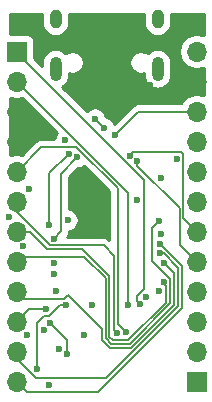
<source format=gbr>
G04 #@! TF.GenerationSoftware,KiCad,Pcbnew,(5.1.7)-1*
G04 #@! TF.CreationDate,2021-03-17T14:13:31-05:00*
G04 #@! TF.ProjectId,keyboard,6b657962-6f61-4726-942e-6b696361645f,rev?*
G04 #@! TF.SameCoordinates,Original*
G04 #@! TF.FileFunction,Copper,L4,Bot*
G04 #@! TF.FilePolarity,Positive*
%FSLAX46Y46*%
G04 Gerber Fmt 4.6, Leading zero omitted, Abs format (unit mm)*
G04 Created by KiCad (PCBNEW (5.1.7)-1) date 2021-03-17 14:13:31*
%MOMM*%
%LPD*%
G01*
G04 APERTURE LIST*
G04 #@! TA.AperFunction,ComponentPad*
%ADD10O,1.700000X1.700000*%
G04 #@! TD*
G04 #@! TA.AperFunction,ComponentPad*
%ADD11R,1.700000X1.700000*%
G04 #@! TD*
G04 #@! TA.AperFunction,ComponentPad*
%ADD12O,1.000000X2.100000*%
G04 #@! TD*
G04 #@! TA.AperFunction,ComponentPad*
%ADD13O,1.000000X1.600000*%
G04 #@! TD*
G04 #@! TA.AperFunction,ViaPad*
%ADD14C,0.600000*%
G04 #@! TD*
G04 #@! TA.AperFunction,Conductor*
%ADD15C,0.127000*%
G04 #@! TD*
G04 #@! TA.AperFunction,Conductor*
%ADD16C,0.254000*%
G04 #@! TD*
G04 #@! TA.AperFunction,Conductor*
%ADD17C,0.100000*%
G04 #@! TD*
G04 APERTURE END LIST*
D10*
X323620000Y-159530000D03*
X323620000Y-162070000D03*
X323620000Y-164610000D03*
X323620000Y-167150000D03*
X323620000Y-169690000D03*
X323620000Y-172230000D03*
X323620000Y-174770000D03*
X323620000Y-177310000D03*
X323620000Y-179850000D03*
X323620000Y-182390000D03*
X323620000Y-184930000D03*
D11*
X323620000Y-187470000D03*
D12*
X320320000Y-160980000D03*
X311680000Y-160980000D03*
D13*
X320320000Y-156800000D03*
X311680000Y-156800000D03*
D10*
X308380000Y-187470000D03*
X308380000Y-184930000D03*
X308380000Y-182390000D03*
X308380000Y-179850000D03*
X308380000Y-177310000D03*
X308380000Y-174770000D03*
X308380000Y-172230000D03*
X308380000Y-169690000D03*
X308380000Y-167150000D03*
X308380000Y-164610000D03*
X308380000Y-162070000D03*
D11*
X308380000Y-159530000D03*
D14*
X319700000Y-162400000D03*
X313300000Y-172200000D03*
X318588301Y-172127502D03*
X314790545Y-180990545D03*
X319336490Y-180286864D03*
X321919004Y-168599265D03*
X312500000Y-167036490D03*
X311100000Y-187763510D03*
X310699841Y-183100201D03*
X307700000Y-173500000D03*
X309400000Y-171200000D03*
X320430175Y-179800000D03*
X311549390Y-177463500D03*
X320636500Y-170200000D03*
X314099855Y-183527505D03*
X320506230Y-175806232D03*
X320501852Y-176611708D03*
X312700000Y-173800000D03*
X310853917Y-181352512D03*
X320842799Y-177409715D03*
X320407349Y-173900000D03*
X320817043Y-179014853D03*
X316848462Y-183351538D03*
X317646599Y-183296805D03*
X317794518Y-181027495D03*
X318840625Y-180914667D03*
X312600001Y-181000000D03*
X310100000Y-186400000D03*
X316700000Y-166586500D03*
X317948460Y-168335764D03*
X318600000Y-168800000D03*
X311567157Y-178354866D03*
X312637630Y-185121705D03*
X311198517Y-182474628D03*
X311700000Y-179800000D03*
X311944643Y-184721970D03*
X320625765Y-175015211D03*
X308905685Y-176013447D03*
X309267827Y-183509606D03*
X313533492Y-168482862D03*
X315798749Y-165998749D03*
X315000000Y-165200004D03*
X311509595Y-175369848D03*
X312800000Y-168163500D03*
X311154501Y-174177499D03*
D15*
X315300229Y-188327011D02*
X322381033Y-181246207D01*
X309237011Y-188327011D02*
X315300229Y-188327011D01*
X308380000Y-187470000D02*
X309237011Y-188327011D01*
X322381033Y-181246207D02*
X322381033Y-177681035D01*
X322381033Y-177681035D02*
X320506230Y-175806232D01*
X308380000Y-184930000D02*
X308380000Y-185580000D01*
X310000000Y-187200000D02*
X315964777Y-187200000D01*
X315964777Y-187200000D02*
X322054022Y-181110755D01*
X322054022Y-181110755D02*
X322054022Y-177816486D01*
X322054022Y-177816486D02*
X320849244Y-176611708D01*
X308380000Y-185580000D02*
X310000000Y-187200000D01*
X320849244Y-176611708D02*
X320501852Y-176611708D01*
X308380000Y-182390000D02*
X309417488Y-181352512D01*
X309417488Y-181352512D02*
X310853917Y-181352512D01*
X318084793Y-184617521D02*
X321727011Y-180975303D01*
X321727011Y-180975303D02*
X321727011Y-178293927D01*
X315582479Y-183040095D02*
X315582479Y-183941385D01*
X316258615Y-184617521D02*
X318084793Y-184617521D01*
X308969281Y-180439281D02*
X312395625Y-180439281D01*
X308380000Y-179850000D02*
X308969281Y-180439281D01*
X315582479Y-183941385D02*
X316258615Y-184617521D01*
X312688645Y-180146261D02*
X315582479Y-183040095D01*
X312395625Y-180439281D02*
X312688645Y-180146261D01*
X321727011Y-178293927D02*
X320842799Y-177409715D01*
X321400000Y-178800900D02*
X319857991Y-177258891D01*
X319857991Y-174449358D02*
X320407349Y-173900000D01*
X319857991Y-177258891D02*
X319857991Y-174449358D01*
X321400000Y-180839851D02*
X321400000Y-178800900D01*
X317949341Y-184290510D02*
X321400000Y-180839851D01*
X315909490Y-183805933D02*
X316394067Y-184290510D01*
X315909490Y-178709490D02*
X315909490Y-183805933D01*
X316394067Y-184290510D02*
X317949341Y-184290510D01*
X314100000Y-176900000D02*
X315909490Y-178709490D01*
X308790000Y-176900000D02*
X314100000Y-176900000D01*
X308380000Y-177310000D02*
X308790000Y-176900000D01*
X316236501Y-181498963D02*
X316236501Y-181836501D01*
X309473557Y-174770000D02*
X310976546Y-176272989D01*
X310976546Y-176272989D02*
X313935452Y-176272989D01*
X313935452Y-176272989D02*
X316236501Y-178574038D01*
X308380000Y-174770000D02*
X309473557Y-174770000D01*
X316236501Y-178574038D02*
X316236501Y-181836501D01*
X316236501Y-183670481D02*
X316529519Y-183963499D01*
X316236501Y-181836501D02*
X316236501Y-183670481D01*
X316529519Y-183963499D02*
X317813889Y-183963499D01*
X317813889Y-183963499D02*
X321000000Y-180777388D01*
X321000000Y-179400000D02*
X321000000Y-180777388D01*
X320817043Y-179217043D02*
X321000000Y-179400000D01*
X320817043Y-179014853D02*
X320817043Y-179217043D01*
X316609489Y-183112565D02*
X316848462Y-183351538D01*
X316609489Y-181490511D02*
X316609489Y-183112565D01*
X316609489Y-181409489D02*
X316609489Y-181490511D01*
X316609489Y-176809489D02*
X316609489Y-181490511D01*
X315745978Y-175945978D02*
X316609489Y-176809489D01*
X311245978Y-175945978D02*
X315745978Y-175945978D01*
X308380000Y-173080000D02*
X311245978Y-175945978D01*
X308380000Y-172230000D02*
X308380000Y-173080000D01*
X316936499Y-171088959D02*
X316936499Y-182586705D01*
X310470000Y-167600000D02*
X313447540Y-167600000D01*
X308380000Y-169690000D02*
X310470000Y-167600000D01*
X313447540Y-167600000D02*
X316936499Y-171088959D01*
X316936499Y-182586705D02*
X317646599Y-183296805D01*
X308380000Y-162070000D02*
X317794518Y-171484518D01*
X317794518Y-171484518D02*
X317794518Y-181027495D01*
X319151801Y-179637571D02*
X318540626Y-180248746D01*
X318540626Y-180614668D02*
X318840625Y-180914667D01*
X318540626Y-180248746D02*
X318540626Y-180614668D01*
X308380000Y-159530000D02*
X308380000Y-159613984D01*
X308380000Y-159613984D02*
X319151801Y-170385785D01*
X319151801Y-170385785D02*
X319151801Y-179637571D01*
X312600001Y-181000000D02*
X312040411Y-181000000D01*
X312040411Y-181000000D02*
X311124398Y-181916013D01*
X310100000Y-182534907D02*
X310100000Y-186400000D01*
X310718894Y-181916013D02*
X310100000Y-182534907D01*
X311124398Y-181916013D02*
X310718894Y-181916013D01*
X318676500Y-164610000D02*
X316700000Y-166586500D01*
X323620000Y-164610000D02*
X318676500Y-164610000D01*
X322506499Y-168206499D02*
X322335765Y-168035765D01*
X322506499Y-173656499D02*
X322506499Y-168206499D01*
X322335765Y-168035765D02*
X318248459Y-168035765D01*
X318248459Y-168035765D02*
X317948460Y-168335764D01*
X323620000Y-174770000D02*
X322506499Y-173656499D01*
X322179489Y-175869489D02*
X322179489Y-172803753D01*
X318600000Y-169224264D02*
X318600000Y-168800000D01*
X322179489Y-172803753D02*
X318600000Y-169224264D01*
X323620000Y-177310000D02*
X322179489Y-175869489D01*
X312637630Y-183913741D02*
X311198517Y-182474628D01*
X312637630Y-185121705D02*
X312637630Y-183913741D01*
X311893190Y-184670517D02*
X311944643Y-184721970D01*
X311810967Y-184670517D02*
X311893190Y-184670517D01*
X315000004Y-165200004D02*
X315000000Y-165200004D01*
X315798749Y-165998749D02*
X315000004Y-165200004D01*
X312136499Y-169879855D02*
X312136499Y-174742944D01*
X313533492Y-168482862D02*
X312136499Y-169879855D01*
X312136499Y-174742944D02*
X311509595Y-175369848D01*
X312800000Y-168163500D02*
X311154501Y-169808999D01*
X311154501Y-169808999D02*
X311154501Y-174177499D01*
D16*
X316237999Y-171378288D02*
X316237999Y-175446161D01*
X316135921Y-175362387D01*
X316014575Y-175297526D01*
X315882908Y-175257585D01*
X315780287Y-175247478D01*
X315780276Y-175247478D01*
X315745978Y-175244100D01*
X315711680Y-175247478D01*
X312622773Y-175247478D01*
X312632802Y-175239247D01*
X312654665Y-175212607D01*
X312654673Y-175212599D01*
X312720090Y-175132888D01*
X312784950Y-175011543D01*
X312786606Y-175006085D01*
X312824892Y-174879874D01*
X312834999Y-174777253D01*
X312834999Y-174777243D01*
X312838377Y-174742945D01*
X312836720Y-174726122D01*
X312972729Y-174699068D01*
X313142889Y-174628586D01*
X313296028Y-174526262D01*
X313426262Y-174396028D01*
X313528586Y-174242889D01*
X313599068Y-174072729D01*
X313635000Y-173892089D01*
X313635000Y-173707911D01*
X313599068Y-173527271D01*
X313528586Y-173357111D01*
X313426262Y-173203972D01*
X313296028Y-173073738D01*
X313142889Y-172971414D01*
X312972729Y-172900932D01*
X312834999Y-172873535D01*
X312834999Y-170169182D01*
X313586320Y-169417862D01*
X313625581Y-169417862D01*
X313806221Y-169381930D01*
X313976381Y-169311448D01*
X314093143Y-169233430D01*
X316237999Y-171378288D01*
G04 #@! TA.AperFunction,Conductor*
D17*
G36*
X316237999Y-171378288D02*
G01*
X316237999Y-175446161D01*
X316135921Y-175362387D01*
X316014575Y-175297526D01*
X315882908Y-175257585D01*
X315780287Y-175247478D01*
X315780276Y-175247478D01*
X315745978Y-175244100D01*
X315711680Y-175247478D01*
X312622773Y-175247478D01*
X312632802Y-175239247D01*
X312654665Y-175212607D01*
X312654673Y-175212599D01*
X312720090Y-175132888D01*
X312784950Y-175011543D01*
X312786606Y-175006085D01*
X312824892Y-174879874D01*
X312834999Y-174777253D01*
X312834999Y-174777243D01*
X312838377Y-174742945D01*
X312836720Y-174726122D01*
X312972729Y-174699068D01*
X313142889Y-174628586D01*
X313296028Y-174526262D01*
X313426262Y-174396028D01*
X313528586Y-174242889D01*
X313599068Y-174072729D01*
X313635000Y-173892089D01*
X313635000Y-173707911D01*
X313599068Y-173527271D01*
X313528586Y-173357111D01*
X313426262Y-173203972D01*
X313296028Y-173073738D01*
X313142889Y-172971414D01*
X312972729Y-172900932D01*
X312834999Y-172873535D01*
X312834999Y-170169182D01*
X313586320Y-169417862D01*
X313625581Y-169417862D01*
X313806221Y-169381930D01*
X313976381Y-169311448D01*
X314093143Y-169233430D01*
X316237999Y-171378288D01*
G37*
G04 #@! TD.AperFunction*
D16*
X307946842Y-163497932D02*
X308233740Y-163555000D01*
X308526260Y-163555000D01*
X308813158Y-163497932D01*
X308818070Y-163495897D01*
X311769291Y-166447118D01*
X311671414Y-166593601D01*
X311600932Y-166763761D01*
X311573534Y-166901500D01*
X310504297Y-166901500D01*
X310469999Y-166898122D01*
X310435701Y-166901500D01*
X310435691Y-166901500D01*
X310333070Y-166911607D01*
X310201403Y-166951548D01*
X310201401Y-166951549D01*
X310080056Y-167016409D01*
X310000345Y-167081827D01*
X309973697Y-167103697D01*
X309951829Y-167130343D01*
X308818070Y-168264103D01*
X308813158Y-168262068D01*
X308526260Y-168205000D01*
X308233740Y-168205000D01*
X307946842Y-168262068D01*
X307785000Y-168329105D01*
X307785000Y-163430895D01*
X307946842Y-163497932D01*
G04 #@! TA.AperFunction,Conductor*
D17*
G36*
X307946842Y-163497932D02*
G01*
X308233740Y-163555000D01*
X308526260Y-163555000D01*
X308813158Y-163497932D01*
X308818070Y-163495897D01*
X311769291Y-166447118D01*
X311671414Y-166593601D01*
X311600932Y-166763761D01*
X311573534Y-166901500D01*
X310504297Y-166901500D01*
X310469999Y-166898122D01*
X310435701Y-166901500D01*
X310435691Y-166901500D01*
X310333070Y-166911607D01*
X310201403Y-166951548D01*
X310201401Y-166951549D01*
X310080056Y-167016409D01*
X310000345Y-167081827D01*
X309973697Y-167103697D01*
X309951829Y-167130343D01*
X308818070Y-168264103D01*
X308813158Y-168262068D01*
X308526260Y-168205000D01*
X308233740Y-168205000D01*
X307946842Y-168262068D01*
X307785000Y-168329105D01*
X307785000Y-163430895D01*
X307946842Y-163497932D01*
G37*
G04 #@! TD.AperFunction*
D16*
X310545000Y-156444248D02*
X310545000Y-157155751D01*
X310561423Y-157322498D01*
X310626324Y-157536446D01*
X310731716Y-157733623D01*
X310873551Y-157906449D01*
X311046377Y-158048284D01*
X311243553Y-158153676D01*
X311457501Y-158218577D01*
X311680000Y-158240491D01*
X311902498Y-158218577D01*
X312116446Y-158153676D01*
X312313623Y-158048284D01*
X312486449Y-157906449D01*
X312628284Y-157733623D01*
X312733676Y-157536447D01*
X312798577Y-157322499D01*
X312815000Y-157155752D01*
X312815000Y-156444249D01*
X312809165Y-156385000D01*
X319190835Y-156385000D01*
X319185000Y-156444248D01*
X319185000Y-157155751D01*
X319201423Y-157322498D01*
X319266324Y-157536446D01*
X319371716Y-157733623D01*
X319513551Y-157906449D01*
X319686377Y-158048284D01*
X319883553Y-158153676D01*
X320097501Y-158218577D01*
X320320000Y-158240491D01*
X320542498Y-158218577D01*
X320756446Y-158153676D01*
X320953623Y-158048284D01*
X321126449Y-157906449D01*
X321268284Y-157733623D01*
X321373676Y-157536447D01*
X321438577Y-157322499D01*
X321455000Y-157155752D01*
X321455000Y-156444249D01*
X321449165Y-156385000D01*
X324215001Y-156385000D01*
X324215000Y-158166353D01*
X324215000Y-158169105D01*
X324053158Y-158102068D01*
X323766260Y-158045000D01*
X323473740Y-158045000D01*
X323186842Y-158102068D01*
X322916589Y-158214010D01*
X322673368Y-158376525D01*
X322466525Y-158583368D01*
X322304010Y-158826589D01*
X322192068Y-159096842D01*
X322135000Y-159383740D01*
X322135000Y-159676260D01*
X322192068Y-159963158D01*
X322304010Y-160233411D01*
X322466525Y-160476632D01*
X322673368Y-160683475D01*
X322916589Y-160845990D01*
X323186842Y-160957932D01*
X323473740Y-161015000D01*
X323766260Y-161015000D01*
X324053158Y-160957932D01*
X324215000Y-160890895D01*
X324215000Y-163249105D01*
X324053158Y-163182068D01*
X323766260Y-163125000D01*
X323473740Y-163125000D01*
X323186842Y-163182068D01*
X322916589Y-163294010D01*
X322673368Y-163456525D01*
X322466525Y-163663368D01*
X322304010Y-163906589D01*
X322301976Y-163911500D01*
X318710797Y-163911500D01*
X318676499Y-163908122D01*
X318642201Y-163911500D01*
X318642191Y-163911500D01*
X318539570Y-163921607D01*
X318407903Y-163961548D01*
X318407901Y-163961549D01*
X318286556Y-164026409D01*
X318206845Y-164091826D01*
X318206837Y-164091834D01*
X318180197Y-164113697D01*
X318158334Y-164140337D01*
X316661157Y-165637515D01*
X316627335Y-165555860D01*
X316525011Y-165402721D01*
X316394777Y-165272487D01*
X316241638Y-165170163D01*
X316071478Y-165099681D01*
X315927672Y-165071076D01*
X315899068Y-164927275D01*
X315828586Y-164757115D01*
X315726262Y-164603976D01*
X315596028Y-164473742D01*
X315442889Y-164371418D01*
X315272729Y-164300936D01*
X315092089Y-164265004D01*
X314907911Y-164265004D01*
X314727271Y-164300936D01*
X314557111Y-164371418D01*
X314403972Y-164473742D01*
X314315779Y-164561935D01*
X312260514Y-162506671D01*
X312313623Y-162478284D01*
X312486449Y-162336449D01*
X312628284Y-162163623D01*
X312733676Y-161966447D01*
X312798577Y-161752499D01*
X312815000Y-161585752D01*
X312815000Y-161366904D01*
X312829978Y-161373108D01*
X313015448Y-161410000D01*
X313204552Y-161410000D01*
X313390022Y-161373108D01*
X313564731Y-161300741D01*
X313721964Y-161195681D01*
X313855681Y-161061964D01*
X313960741Y-160904731D01*
X314033108Y-160730022D01*
X314070000Y-160544552D01*
X314070000Y-160355448D01*
X317930000Y-160355448D01*
X317930000Y-160544552D01*
X317966892Y-160730022D01*
X318039259Y-160904731D01*
X318144319Y-161061964D01*
X318278036Y-161195681D01*
X318435269Y-161300741D01*
X318609978Y-161373108D01*
X318795448Y-161410000D01*
X318984552Y-161410000D01*
X319170022Y-161373108D01*
X319185000Y-161366904D01*
X319185000Y-161585751D01*
X319201423Y-161752498D01*
X319266324Y-161966446D01*
X319371716Y-162163623D01*
X319513551Y-162336449D01*
X319686377Y-162478284D01*
X319883553Y-162583676D01*
X320097501Y-162648577D01*
X320320000Y-162670491D01*
X320542498Y-162648577D01*
X320756446Y-162583676D01*
X320953623Y-162478284D01*
X321126449Y-162336449D01*
X321268284Y-162163623D01*
X321373676Y-161966447D01*
X321438577Y-161752499D01*
X321455000Y-161585752D01*
X321455000Y-160374248D01*
X321438577Y-160207501D01*
X321373676Y-159993553D01*
X321268284Y-159796377D01*
X321126449Y-159623551D01*
X320953623Y-159481716D01*
X320756447Y-159376324D01*
X320542499Y-159311423D01*
X320320000Y-159289509D01*
X320097502Y-159311423D01*
X319883554Y-159376324D01*
X319686378Y-159481716D01*
X319513552Y-159623551D01*
X319466638Y-159680715D01*
X319344731Y-159599259D01*
X319170022Y-159526892D01*
X318984552Y-159490000D01*
X318795448Y-159490000D01*
X318609978Y-159526892D01*
X318435269Y-159599259D01*
X318278036Y-159704319D01*
X318144319Y-159838036D01*
X318039259Y-159995269D01*
X317966892Y-160169978D01*
X317930000Y-160355448D01*
X314070000Y-160355448D01*
X314033108Y-160169978D01*
X313960741Y-159995269D01*
X313855681Y-159838036D01*
X313721964Y-159704319D01*
X313564731Y-159599259D01*
X313390022Y-159526892D01*
X313204552Y-159490000D01*
X313015448Y-159490000D01*
X312829978Y-159526892D01*
X312655269Y-159599259D01*
X312533362Y-159680715D01*
X312486449Y-159623551D01*
X312313623Y-159481716D01*
X312116447Y-159376324D01*
X311902499Y-159311423D01*
X311680000Y-159289509D01*
X311457502Y-159311423D01*
X311243554Y-159376324D01*
X311046378Y-159481716D01*
X310873552Y-159623551D01*
X310731717Y-159796377D01*
X310626324Y-159993553D01*
X310561423Y-160207501D01*
X310545000Y-160374248D01*
X310545000Y-160791157D01*
X309868072Y-160114229D01*
X309868072Y-158680000D01*
X309855812Y-158555518D01*
X309819502Y-158435820D01*
X309760537Y-158325506D01*
X309681185Y-158228815D01*
X309584494Y-158149463D01*
X309474180Y-158090498D01*
X309354482Y-158054188D01*
X309230000Y-158041928D01*
X307785000Y-158041928D01*
X307785000Y-156385000D01*
X310550835Y-156385000D01*
X310545000Y-156444248D01*
G04 #@! TA.AperFunction,Conductor*
D17*
G36*
X310545000Y-156444248D02*
G01*
X310545000Y-157155751D01*
X310561423Y-157322498D01*
X310626324Y-157536446D01*
X310731716Y-157733623D01*
X310873551Y-157906449D01*
X311046377Y-158048284D01*
X311243553Y-158153676D01*
X311457501Y-158218577D01*
X311680000Y-158240491D01*
X311902498Y-158218577D01*
X312116446Y-158153676D01*
X312313623Y-158048284D01*
X312486449Y-157906449D01*
X312628284Y-157733623D01*
X312733676Y-157536447D01*
X312798577Y-157322499D01*
X312815000Y-157155752D01*
X312815000Y-156444249D01*
X312809165Y-156385000D01*
X319190835Y-156385000D01*
X319185000Y-156444248D01*
X319185000Y-157155751D01*
X319201423Y-157322498D01*
X319266324Y-157536446D01*
X319371716Y-157733623D01*
X319513551Y-157906449D01*
X319686377Y-158048284D01*
X319883553Y-158153676D01*
X320097501Y-158218577D01*
X320320000Y-158240491D01*
X320542498Y-158218577D01*
X320756446Y-158153676D01*
X320953623Y-158048284D01*
X321126449Y-157906449D01*
X321268284Y-157733623D01*
X321373676Y-157536447D01*
X321438577Y-157322499D01*
X321455000Y-157155752D01*
X321455000Y-156444249D01*
X321449165Y-156385000D01*
X324215001Y-156385000D01*
X324215000Y-158166353D01*
X324215000Y-158169105D01*
X324053158Y-158102068D01*
X323766260Y-158045000D01*
X323473740Y-158045000D01*
X323186842Y-158102068D01*
X322916589Y-158214010D01*
X322673368Y-158376525D01*
X322466525Y-158583368D01*
X322304010Y-158826589D01*
X322192068Y-159096842D01*
X322135000Y-159383740D01*
X322135000Y-159676260D01*
X322192068Y-159963158D01*
X322304010Y-160233411D01*
X322466525Y-160476632D01*
X322673368Y-160683475D01*
X322916589Y-160845990D01*
X323186842Y-160957932D01*
X323473740Y-161015000D01*
X323766260Y-161015000D01*
X324053158Y-160957932D01*
X324215000Y-160890895D01*
X324215000Y-163249105D01*
X324053158Y-163182068D01*
X323766260Y-163125000D01*
X323473740Y-163125000D01*
X323186842Y-163182068D01*
X322916589Y-163294010D01*
X322673368Y-163456525D01*
X322466525Y-163663368D01*
X322304010Y-163906589D01*
X322301976Y-163911500D01*
X318710797Y-163911500D01*
X318676499Y-163908122D01*
X318642201Y-163911500D01*
X318642191Y-163911500D01*
X318539570Y-163921607D01*
X318407903Y-163961548D01*
X318407901Y-163961549D01*
X318286556Y-164026409D01*
X318206845Y-164091826D01*
X318206837Y-164091834D01*
X318180197Y-164113697D01*
X318158334Y-164140337D01*
X316661157Y-165637515D01*
X316627335Y-165555860D01*
X316525011Y-165402721D01*
X316394777Y-165272487D01*
X316241638Y-165170163D01*
X316071478Y-165099681D01*
X315927672Y-165071076D01*
X315899068Y-164927275D01*
X315828586Y-164757115D01*
X315726262Y-164603976D01*
X315596028Y-164473742D01*
X315442889Y-164371418D01*
X315272729Y-164300936D01*
X315092089Y-164265004D01*
X314907911Y-164265004D01*
X314727271Y-164300936D01*
X314557111Y-164371418D01*
X314403972Y-164473742D01*
X314315779Y-164561935D01*
X312260514Y-162506671D01*
X312313623Y-162478284D01*
X312486449Y-162336449D01*
X312628284Y-162163623D01*
X312733676Y-161966447D01*
X312798577Y-161752499D01*
X312815000Y-161585752D01*
X312815000Y-161366904D01*
X312829978Y-161373108D01*
X313015448Y-161410000D01*
X313204552Y-161410000D01*
X313390022Y-161373108D01*
X313564731Y-161300741D01*
X313721964Y-161195681D01*
X313855681Y-161061964D01*
X313960741Y-160904731D01*
X314033108Y-160730022D01*
X314070000Y-160544552D01*
X314070000Y-160355448D01*
X317930000Y-160355448D01*
X317930000Y-160544552D01*
X317966892Y-160730022D01*
X318039259Y-160904731D01*
X318144319Y-161061964D01*
X318278036Y-161195681D01*
X318435269Y-161300741D01*
X318609978Y-161373108D01*
X318795448Y-161410000D01*
X318984552Y-161410000D01*
X319170022Y-161373108D01*
X319185000Y-161366904D01*
X319185000Y-161585751D01*
X319201423Y-161752498D01*
X319266324Y-161966446D01*
X319371716Y-162163623D01*
X319513551Y-162336449D01*
X319686377Y-162478284D01*
X319883553Y-162583676D01*
X320097501Y-162648577D01*
X320320000Y-162670491D01*
X320542498Y-162648577D01*
X320756446Y-162583676D01*
X320953623Y-162478284D01*
X321126449Y-162336449D01*
X321268284Y-162163623D01*
X321373676Y-161966447D01*
X321438577Y-161752499D01*
X321455000Y-161585752D01*
X321455000Y-160374248D01*
X321438577Y-160207501D01*
X321373676Y-159993553D01*
X321268284Y-159796377D01*
X321126449Y-159623551D01*
X320953623Y-159481716D01*
X320756447Y-159376324D01*
X320542499Y-159311423D01*
X320320000Y-159289509D01*
X320097502Y-159311423D01*
X319883554Y-159376324D01*
X319686378Y-159481716D01*
X319513552Y-159623551D01*
X319466638Y-159680715D01*
X319344731Y-159599259D01*
X319170022Y-159526892D01*
X318984552Y-159490000D01*
X318795448Y-159490000D01*
X318609978Y-159526892D01*
X318435269Y-159599259D01*
X318278036Y-159704319D01*
X318144319Y-159838036D01*
X318039259Y-159995269D01*
X317966892Y-160169978D01*
X317930000Y-160355448D01*
X314070000Y-160355448D01*
X314033108Y-160169978D01*
X313960741Y-159995269D01*
X313855681Y-159838036D01*
X313721964Y-159704319D01*
X313564731Y-159599259D01*
X313390022Y-159526892D01*
X313204552Y-159490000D01*
X313015448Y-159490000D01*
X312829978Y-159526892D01*
X312655269Y-159599259D01*
X312533362Y-159680715D01*
X312486449Y-159623551D01*
X312313623Y-159481716D01*
X312116447Y-159376324D01*
X311902499Y-159311423D01*
X311680000Y-159289509D01*
X311457502Y-159311423D01*
X311243554Y-159376324D01*
X311046378Y-159481716D01*
X310873552Y-159623551D01*
X310731717Y-159796377D01*
X310626324Y-159993553D01*
X310561423Y-160207501D01*
X310545000Y-160374248D01*
X310545000Y-160791157D01*
X309868072Y-160114229D01*
X309868072Y-158680000D01*
X309855812Y-158555518D01*
X309819502Y-158435820D01*
X309760537Y-158325506D01*
X309681185Y-158228815D01*
X309584494Y-158149463D01*
X309474180Y-158090498D01*
X309354482Y-158054188D01*
X309230000Y-158041928D01*
X307785000Y-158041928D01*
X307785000Y-156385000D01*
X310550835Y-156385000D01*
X310545000Y-156444248D01*
G37*
G04 #@! TD.AperFunction*
M02*

</source>
